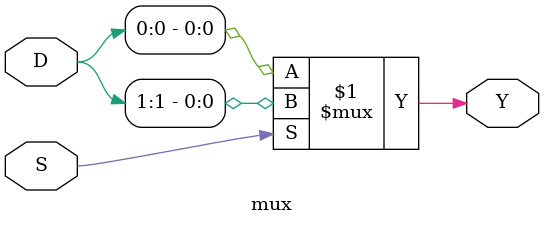
<source format=v>
module mux(D, S, Y);
    input [1:0]D;
    input S;
    output Y;

    assign Y = S? D[1] : D[0];
endmodule
</source>
